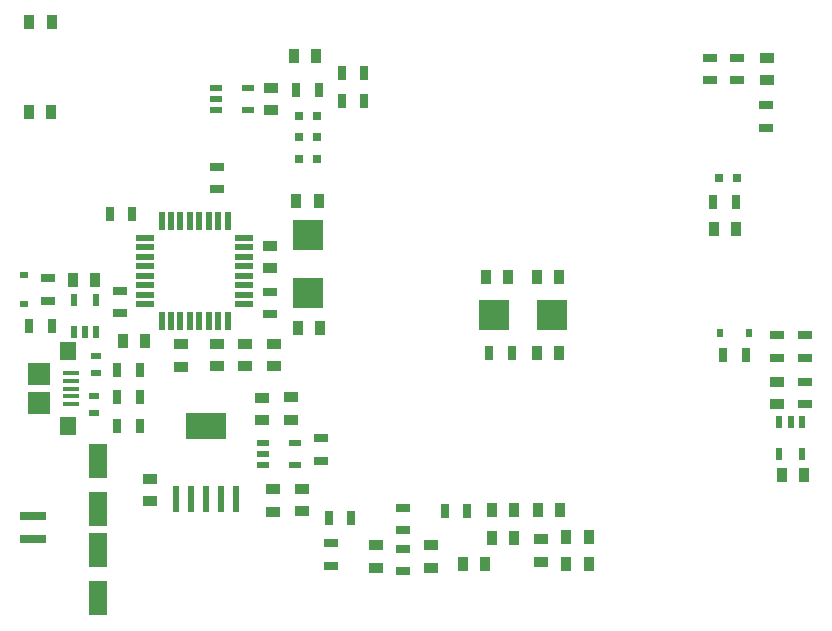
<source format=gtp>
G04*
G04 #@! TF.GenerationSoftware,Altium Limited,Altium Designer,25.4.2 (15)*
G04*
G04 Layer_Color=8421504*
%FSLAX44Y44*%
%MOMM*%
G71*
G04*
G04 #@! TF.SameCoordinates,EB978DBB-77F5-4BF1-8C58-C0B6FF9767F6*
G04*
G04*
G04 #@! TF.FilePolarity,Positive*
G04*
G01*
G75*
%ADD13R,1.6000X3.0000*%
%ADD14R,1.3000X0.9000*%
%ADD15R,0.9000X1.3000*%
%ADD16R,0.8000X0.8000*%
%ADD17R,0.5588X0.6858*%
%ADD18R,1.3500X0.4000*%
%ADD19R,1.9000X1.9000*%
%ADD20R,1.4000X1.6000*%
%ADD21R,0.7000X1.3000*%
%ADD22R,2.2000X0.8000*%
%ADD23R,1.3000X0.7000*%
%ADD24R,0.5500X1.5000*%
%ADD25R,1.5000X0.5500*%
%ADD26R,3.5000X2.2000*%
%ADD27R,0.6000X2.2000*%
%ADD28R,0.5500X1.0000*%
%ADD29R,2.5000X2.6000*%
%ADD30R,0.9000X0.6000*%
%ADD31R,2.6000X2.5000*%
%ADD32R,1.0000X0.5500*%
%ADD33R,0.6858X0.5588*%
D13*
X72000Y23000D02*
D03*
Y64000D02*
D03*
X72000Y98500D02*
D03*
Y139500D02*
D03*
D14*
X142240Y219100D02*
D03*
Y238100D02*
D03*
X646938Y206350D02*
D03*
Y187350D02*
D03*
X211328Y192888D02*
D03*
Y173888D02*
D03*
X218000Y321500D02*
D03*
Y302500D02*
D03*
X447000Y73000D02*
D03*
Y54000D02*
D03*
X221000Y238500D02*
D03*
Y219500D02*
D03*
X116000Y105000D02*
D03*
Y124000D02*
D03*
X220218Y96418D02*
D03*
Y115418D02*
D03*
X218694Y436016D02*
D03*
Y455016D02*
D03*
X197000Y219500D02*
D03*
Y238500D02*
D03*
X173000Y219500D02*
D03*
Y238500D02*
D03*
X638762Y461500D02*
D03*
Y480500D02*
D03*
X307594Y67920D02*
D03*
Y48920D02*
D03*
X353822Y67920D02*
D03*
Y48920D02*
D03*
X235458Y192990D02*
D03*
Y173990D02*
D03*
X245110Y115520D02*
D03*
Y96520D02*
D03*
D15*
X405500Y74000D02*
D03*
X424500D02*
D03*
X443500Y295000D02*
D03*
X462500D02*
D03*
X612496Y335788D02*
D03*
X593496D02*
D03*
X650900Y127762D02*
D03*
X669900D02*
D03*
X419500Y295000D02*
D03*
X400500D02*
D03*
X487500Y52000D02*
D03*
X468500D02*
D03*
X258968Y359732D02*
D03*
X239968D02*
D03*
X260468Y251732D02*
D03*
X241468D02*
D03*
X13360Y434848D02*
D03*
X32360D02*
D03*
X14134Y510570D02*
D03*
X33134D02*
D03*
X237896Y481838D02*
D03*
X256896D02*
D03*
X487500Y75000D02*
D03*
X468500D02*
D03*
X443500Y231000D02*
D03*
X462500D02*
D03*
X400152Y52324D02*
D03*
X381152D02*
D03*
X405500Y98000D02*
D03*
X424500D02*
D03*
X444500D02*
D03*
X463500D02*
D03*
X69952Y292862D02*
D03*
X50952D02*
D03*
X112116Y240538D02*
D03*
X93116D02*
D03*
D16*
X242436Y395224D02*
D03*
X257436D02*
D03*
X613290Y378460D02*
D03*
X598290D02*
D03*
X257436Y431546D02*
D03*
X242436D02*
D03*
X257436Y413258D02*
D03*
X242436D02*
D03*
D17*
X598808Y247794D02*
D03*
X623192D02*
D03*
D18*
X49105Y187492D02*
D03*
Y193992D02*
D03*
Y200492D02*
D03*
Y206992D02*
D03*
Y213492D02*
D03*
D19*
X22355Y188492D02*
D03*
Y212492D02*
D03*
D20*
X46855Y168492D02*
D03*
Y232492D02*
D03*
D21*
X593242Y358648D02*
D03*
X612242D02*
D03*
X403500Y231000D02*
D03*
X422500D02*
D03*
X240182Y453136D02*
D03*
X259182D02*
D03*
X100940Y348234D02*
D03*
X81940D02*
D03*
X88500Y216000D02*
D03*
X107500D02*
D03*
X88500Y193000D02*
D03*
X107500D02*
D03*
X385014Y97282D02*
D03*
X366014D02*
D03*
X286360Y90678D02*
D03*
X267360D02*
D03*
X13868Y253746D02*
D03*
X32868D02*
D03*
X620500Y229286D02*
D03*
X601500D02*
D03*
X278354Y467503D02*
D03*
X297353D02*
D03*
X297607Y443627D02*
D03*
X278608D02*
D03*
X107500Y169000D02*
D03*
X88500D02*
D03*
D22*
X17000Y73000D02*
D03*
Y93000D02*
D03*
D23*
X172742Y388179D02*
D03*
Y369179D02*
D03*
X638000Y421500D02*
D03*
Y440500D02*
D03*
X330708Y46074D02*
D03*
Y65074D02*
D03*
X670560Y187350D02*
D03*
Y206350D02*
D03*
X647050Y226574D02*
D03*
Y245574D02*
D03*
X261112Y158344D02*
D03*
Y139344D02*
D03*
X91000Y283500D02*
D03*
Y264500D02*
D03*
X269240Y69444D02*
D03*
Y50444D02*
D03*
X29972Y274980D02*
D03*
Y293980D02*
D03*
X670560Y245466D02*
D03*
Y226466D02*
D03*
X218000Y263500D02*
D03*
Y282500D02*
D03*
X613410Y480416D02*
D03*
Y461416D02*
D03*
X590296Y480416D02*
D03*
Y461416D02*
D03*
X330708Y99670D02*
D03*
Y80670D02*
D03*
D24*
X182000Y258000D02*
D03*
X174000D02*
D03*
X166000D02*
D03*
X158000D02*
D03*
X150000D02*
D03*
X142000D02*
D03*
X134000D02*
D03*
X126000D02*
D03*
Y342000D02*
D03*
X134000D02*
D03*
X142000D02*
D03*
X150000D02*
D03*
X158000D02*
D03*
X166000D02*
D03*
X174000D02*
D03*
X182000D02*
D03*
D25*
X112000Y272000D02*
D03*
Y280000D02*
D03*
Y288000D02*
D03*
Y296000D02*
D03*
Y304000D02*
D03*
Y312000D02*
D03*
Y320000D02*
D03*
Y328000D02*
D03*
X196000D02*
D03*
Y320000D02*
D03*
Y312000D02*
D03*
Y304000D02*
D03*
Y296000D02*
D03*
Y280000D02*
D03*
Y272000D02*
D03*
Y288000D02*
D03*
D26*
X164000Y169000D02*
D03*
D27*
X189400Y107000D02*
D03*
X176700D02*
D03*
X164000D02*
D03*
X151300D02*
D03*
X138600D02*
D03*
D28*
X668020Y171958D02*
D03*
Y144958D02*
D03*
X649020D02*
D03*
Y171958D02*
D03*
X658520D02*
D03*
X60960Y248628D02*
D03*
X70460D02*
D03*
Y275628D02*
D03*
X51460D02*
D03*
Y248628D02*
D03*
D29*
X456500Y263000D02*
D03*
X407500D02*
D03*
D30*
X69000Y179500D02*
D03*
Y194500D02*
D03*
X70524Y213500D02*
D03*
Y228500D02*
D03*
D31*
X249968Y330232D02*
D03*
Y281232D02*
D03*
D32*
X171920Y445516D02*
D03*
Y436016D02*
D03*
X198920D02*
D03*
Y455016D02*
D03*
X171920D02*
D03*
X212306Y145288D02*
D03*
Y135788D02*
D03*
X239306D02*
D03*
Y154788D02*
D03*
X212306D02*
D03*
D33*
X9652Y272288D02*
D03*
Y296672D02*
D03*
M02*

</source>
